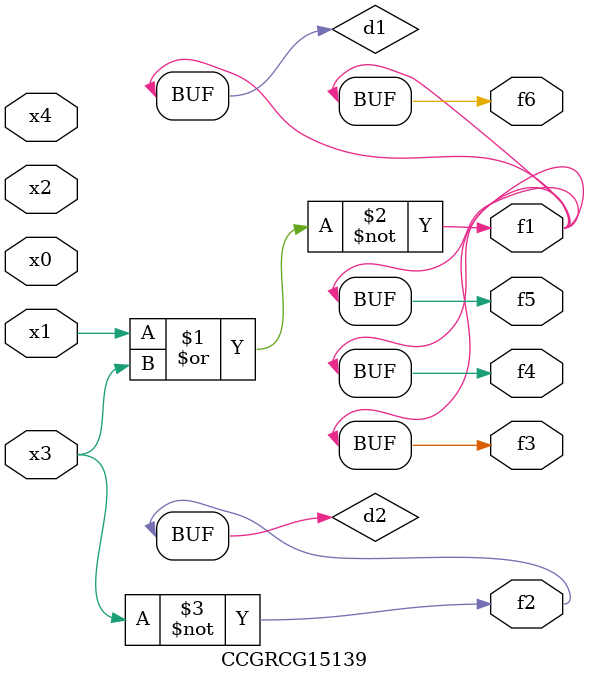
<source format=v>
module CCGRCG15139(
	input x0, x1, x2, x3, x4,
	output f1, f2, f3, f4, f5, f6
);

	wire d1, d2;

	nor (d1, x1, x3);
	not (d2, x3);
	assign f1 = d1;
	assign f2 = d2;
	assign f3 = d1;
	assign f4 = d1;
	assign f5 = d1;
	assign f6 = d1;
endmodule

</source>
